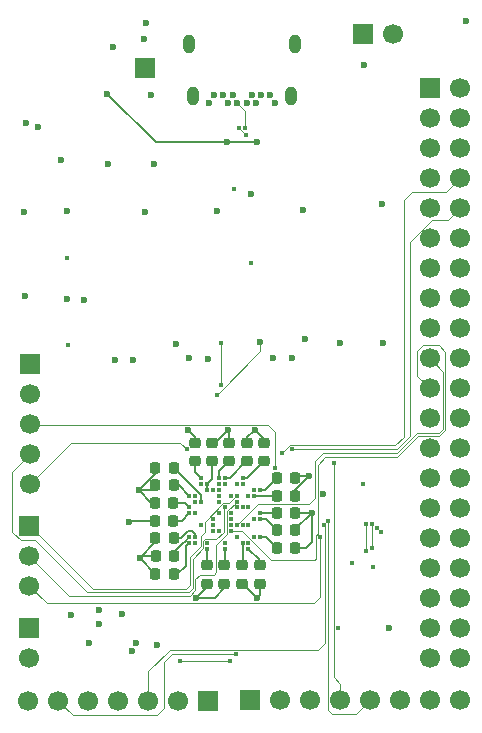
<source format=gbr>
%TF.GenerationSoftware,KiCad,Pcbnew,9.0.4*%
%TF.CreationDate,2025-09-29T22:44:47+03:00*%
%TF.ProjectId,Asius2,41736975-7332-42e6-9b69-6361645f7063,rev?*%
%TF.SameCoordinates,Original*%
%TF.FileFunction,Copper,L6,Bot*%
%TF.FilePolarity,Positive*%
%FSLAX46Y46*%
G04 Gerber Fmt 4.6, Leading zero omitted, Abs format (unit mm)*
G04 Created by KiCad (PCBNEW 9.0.4) date 2025-09-29 22:44:47*
%MOMM*%
%LPD*%
G01*
G04 APERTURE LIST*
G04 Aperture macros list*
%AMRoundRect*
0 Rectangle with rounded corners*
0 $1 Rounding radius*
0 $2 $3 $4 $5 $6 $7 $8 $9 X,Y pos of 4 corners*
0 Add a 4 corners polygon primitive as box body*
4,1,4,$2,$3,$4,$5,$6,$7,$8,$9,$2,$3,0*
0 Add four circle primitives for the rounded corners*
1,1,$1+$1,$2,$3*
1,1,$1+$1,$4,$5*
1,1,$1+$1,$6,$7*
1,1,$1+$1,$8,$9*
0 Add four rect primitives between the rounded corners*
20,1,$1+$1,$2,$3,$4,$5,0*
20,1,$1+$1,$4,$5,$6,$7,0*
20,1,$1+$1,$6,$7,$8,$9,0*
20,1,$1+$1,$8,$9,$2,$3,0*%
G04 Aperture macros list end*
%TA.AperFunction,ComponentPad*%
%ADD10R,1.700000X1.700000*%
%TD*%
%TA.AperFunction,ComponentPad*%
%ADD11C,1.700000*%
%TD*%
%TA.AperFunction,HeatsinkPad*%
%ADD12C,0.500000*%
%TD*%
%TA.AperFunction,HeatsinkPad*%
%ADD13R,1.680000X1.680000*%
%TD*%
%TA.AperFunction,SMDPad,CuDef*%
%ADD14RoundRect,0.225000X0.225000X0.250000X-0.225000X0.250000X-0.225000X-0.250000X0.225000X-0.250000X0*%
%TD*%
%TA.AperFunction,SMDPad,CuDef*%
%ADD15RoundRect,0.225000X-0.250000X0.225000X-0.250000X-0.225000X0.250000X-0.225000X0.250000X0.225000X0*%
%TD*%
%TA.AperFunction,SMDPad,CuDef*%
%ADD16RoundRect,0.225000X-0.225000X-0.250000X0.225000X-0.250000X0.225000X0.250000X-0.225000X0.250000X0*%
%TD*%
%TA.AperFunction,SMDPad,CuDef*%
%ADD17RoundRect,0.225000X0.250000X-0.225000X0.250000X0.225000X-0.250000X0.225000X-0.250000X-0.225000X0*%
%TD*%
%TA.AperFunction,ComponentPad*%
%ADD18C,0.600000*%
%TD*%
%TA.AperFunction,ComponentPad*%
%ADD19O,1.000000X1.600000*%
%TD*%
%TA.AperFunction,ViaPad*%
%ADD20C,0.600000*%
%TD*%
%TA.AperFunction,ViaPad*%
%ADD21C,0.400000*%
%TD*%
%TA.AperFunction,Conductor*%
%ADD22C,0.100000*%
%TD*%
%TA.AperFunction,Conductor*%
%ADD23C,0.200000*%
%TD*%
G04 APERTURE END LIST*
D10*
%TO.P,J7,1,Pin_1*%
%TO.N,GND*%
X96515000Y-72290000D03*
D11*
%TO.P,J7,2,Pin_2*%
%TO.N,+5V*%
X99055000Y-72290000D03*
%TD*%
D12*
%TO.P,U8,17,GND*%
%TO.N,GND*%
X78630000Y-75712500D03*
X78630000Y-74532500D03*
D13*
X78040000Y-75122500D03*
D12*
X77450000Y-75712500D03*
X77450000Y-74532500D03*
%TD*%
D14*
%TO.P,C39,2*%
%TO.N,GND*%
X78895000Y-111970000D03*
%TO.P,C39,1*%
%TO.N,+3.3V*%
X80445000Y-111970000D03*
%TD*%
%TO.P,C30,2*%
%TO.N,GND*%
X78915000Y-118030000D03*
%TO.P,C30,1*%
%TO.N,+3.3V*%
X80465000Y-118030000D03*
%TD*%
D15*
%TO.P,C31,2*%
%TO.N,GND*%
X83250000Y-118815000D03*
%TO.P,C31,1*%
%TO.N,+3.3V*%
X83250000Y-117265000D03*
%TD*%
%TO.P,C32,2*%
%TO.N,GND*%
X84760000Y-118810000D03*
%TO.P,C32,1*%
%TO.N,+3.3V*%
X84760000Y-117260000D03*
%TD*%
%TO.P,C38,1*%
%TO.N,+3.3V*%
X86270000Y-117255000D03*
%TO.P,C38,2*%
%TO.N,GND*%
X86270000Y-118805000D03*
%TD*%
D16*
%TO.P,C37,1*%
%TO.N,+3.3V*%
X89205000Y-111380000D03*
%TO.P,C37,2*%
%TO.N,GND*%
X90755000Y-111380000D03*
%TD*%
D17*
%TO.P,C36,1*%
%TO.N,+3.3V*%
X83710000Y-108435000D03*
%TO.P,C36,2*%
%TO.N,GND*%
X83710000Y-106885000D03*
%TD*%
D14*
%TO.P,C35,1*%
%TO.N,+3.3V*%
X80475000Y-116500000D03*
%TO.P,C35,2*%
%TO.N,GND*%
X78925000Y-116500000D03*
%TD*%
D16*
%TO.P,C34,1*%
%TO.N,+3.3V*%
X89205000Y-112840000D03*
%TO.P,C34,2*%
%TO.N,GND*%
X90755000Y-112840000D03*
%TD*%
D15*
%TO.P,C33,1*%
%TO.N,+3.3V*%
X87750000Y-117255000D03*
%TO.P,C33,2*%
%TO.N,GND*%
X87750000Y-118805000D03*
%TD*%
D16*
%TO.P,C29,1*%
%TO.N,+3.3V*%
X89205000Y-115780000D03*
%TO.P,C29,2*%
%TO.N,GND*%
X90755000Y-115780000D03*
%TD*%
%TO.P,C28,1*%
%TO.N,+3.3V*%
X89215000Y-114300000D03*
%TO.P,C28,2*%
%TO.N,GND*%
X90765000Y-114300000D03*
%TD*%
D14*
%TO.P,C27,1*%
%TO.N,+3.3V*%
X80445000Y-113470000D03*
%TO.P,C27,2*%
%TO.N,GND*%
X78895000Y-113470000D03*
%TD*%
%TO.P,C26,1*%
%TO.N,+3.3V*%
X80450000Y-110500000D03*
%TO.P,C26,2*%
%TO.N,GND*%
X78900000Y-110500000D03*
%TD*%
D16*
%TO.P,C25,1*%
%TO.N,+3.3V*%
X89195000Y-109900000D03*
%TO.P,C25,2*%
%TO.N,GND*%
X90745000Y-109900000D03*
%TD*%
D17*
%TO.P,C24,1*%
%TO.N,+3.3V*%
X88090000Y-108430000D03*
%TO.P,C24,2*%
%TO.N,GND*%
X88090000Y-106880000D03*
%TD*%
%TO.P,C23,1*%
%TO.N,+3.3V*%
X86630000Y-108430000D03*
%TO.P,C23,2*%
%TO.N,GND*%
X86630000Y-106880000D03*
%TD*%
%TO.P,C22,1*%
%TO.N,+3.3V*%
X85170000Y-108430000D03*
%TO.P,C22,2*%
%TO.N,GND*%
X85170000Y-106880000D03*
%TD*%
%TO.P,C21,1*%
%TO.N,+3.3V*%
X82250000Y-108425000D03*
%TO.P,C21,2*%
%TO.N,GND*%
X82250000Y-106875000D03*
%TD*%
D14*
%TO.P,C20,1*%
%TO.N,+3.3V*%
X80450000Y-109030000D03*
%TO.P,C20,2*%
%TO.N,GND*%
X78900000Y-109030000D03*
%TD*%
%TO.P,C16,1*%
%TO.N,+3.3V*%
X80465000Y-114970000D03*
%TO.P,C16,2*%
%TO.N,GND*%
X78915000Y-114970000D03*
%TD*%
D18*
%TO.P,USBC1,B1,GND*%
%TO.N,GND*%
X83460000Y-78150000D03*
%TO.P,USBC1,B2,SSTXp2*%
%TO.N,/CAN3_H*%
X83860000Y-77450000D03*
%TO.P,USBC1,B3,SSTXn2*%
%TO.N,/CAN3_L*%
X84660000Y-77450000D03*
%TO.P,USBC1,B4,VBUS*%
%TO.N,+12V*%
X85060000Y-78150000D03*
%TO.P,USBC1,B5,CC2*%
%TO.N,Net-(USBC1-CC2)*%
X85460000Y-77450000D03*
%TO.P,USBC1,B6,DP2*%
%TO.N,/USB_DP*%
X85860000Y-78150000D03*
%TO.P,USBC1,B7,DN2*%
%TO.N,/USB_DM*%
X86660000Y-78150000D03*
%TO.P,USBC1,B8,SUB2*%
%TO.N,/SBU2*%
X87060000Y-77450000D03*
%TO.P,USBC1,B9,VBUS*%
%TO.N,+12V*%
X87460000Y-78150000D03*
%TO.P,USBC1,B10,SSRXn1*%
%TO.N,/CAN4_L*%
X87860000Y-77450000D03*
%TO.P,USBC1,B11,SSRXp1*%
%TO.N,/CAN4_H*%
X88660000Y-77450000D03*
%TO.P,USBC1,B12,GND*%
%TO.N,GND*%
X89060000Y-78150000D03*
D19*
%TO.P,USBC1,S1,0*%
X90390000Y-77560000D03*
%TO.P,USBC1,S2,0*%
X82130000Y-77560000D03*
%TO.P,USBC1,S3,0*%
X90750000Y-73150000D03*
%TO.P,USBC1,S4,0*%
X81770000Y-73150000D03*
%TD*%
D10*
%TO.P,J2,1,Pin_1*%
%TO.N,unconnected-(J2-Pin_1-Pad1)*%
X102160000Y-76890000D03*
D11*
%TO.P,J2,2,Pin_2*%
%TO.N,+5V*%
X104700000Y-76890000D03*
%TO.P,J2,3,Pin_3*%
%TO.N,/IMU_SDA*%
X102160000Y-79430000D03*
%TO.P,J2,4,Pin_4*%
%TO.N,+5V*%
X104700000Y-79430000D03*
%TO.P,J2,5,Pin_5*%
%TO.N,/IMU_SCL*%
X102160000Y-81970000D03*
%TO.P,J2,6,Pin_6*%
%TO.N,GND*%
X104700000Y-81970000D03*
%TO.P,J2,7,Pin_7*%
%TO.N,unconnected-(J2-Pin_7-Pad7)*%
X102160000Y-84510000D03*
%TO.P,J2,8,Pin_8*%
%TO.N,/UART_RX*%
X104700000Y-84510000D03*
%TO.P,J2,9,Pin_9*%
%TO.N,GND*%
X102160000Y-87050000D03*
%TO.P,J2,10,Pin_10*%
%TO.N,/UART_TX*%
X104700000Y-87050000D03*
%TO.P,J2,11,Pin_11*%
%TO.N,unconnected-(J2-Pin_11-Pad11)*%
X102160000Y-89590000D03*
%TO.P,J2,12,Pin_12*%
%TO.N,unconnected-(J2-Pin_12-Pad12)*%
X104700000Y-89590000D03*
%TO.P,J2,13,Pin_13*%
%TO.N,unconnected-(J2-Pin_13-Pad13)*%
X102160000Y-92130000D03*
%TO.P,J2,14,Pin_14*%
%TO.N,GND*%
X104700000Y-92130000D03*
%TO.P,J2,15,Pin_15*%
%TO.N,unconnected-(J2-Pin_15-Pad15)*%
X102160000Y-94670000D03*
%TO.P,J2,16,Pin_16*%
%TO.N,unconnected-(J2-Pin_16-Pad16)*%
X104700000Y-94670000D03*
%TO.P,J2,17,Pin_17*%
%TO.N,unconnected-(J2-Pin_17-Pad17)*%
X102160000Y-97210000D03*
%TO.P,J2,18,Pin_18*%
%TO.N,unconnected-(J2-Pin_18-Pad18)*%
X104700000Y-97210000D03*
%TO.P,J2,19,Pin_19*%
%TO.N,/SPI_MOSI*%
X102160000Y-99750000D03*
%TO.P,J2,20,Pin_20*%
%TO.N,unconnected-(J2-Pin_20-Pad20)*%
X104700000Y-99750000D03*
%TO.P,J2,21,Pin_21*%
%TO.N,/SPI_MISO*%
X102160000Y-102290000D03*
%TO.P,J2,22,Pin_22*%
%TO.N,unconnected-(J2-Pin_22-Pad22)*%
X104700000Y-102290000D03*
%TO.P,J2,23,Pin_23*%
%TO.N,/SPI_SCK*%
X102160000Y-104830000D03*
%TO.P,J2,24,Pin_24*%
%TO.N,/SPI_NSS*%
X104700000Y-104830000D03*
%TO.P,J2,25,Pin_25*%
%TO.N,unconnected-(J2-Pin_25-Pad25)*%
X102160000Y-107370000D03*
%TO.P,J2,26,Pin_26*%
%TO.N,unconnected-(J2-Pin_26-Pad26)*%
X104700000Y-107370000D03*
%TO.P,J2,27,Pin_27*%
%TO.N,unconnected-(J2-Pin_27-Pad27)*%
X102160000Y-109910000D03*
%TO.P,J2,28,Pin_28*%
%TO.N,unconnected-(J2-Pin_28-Pad28)*%
X104700000Y-109910000D03*
%TO.P,J2,29,Pin_29*%
%TO.N,unconnected-(J2-Pin_29-Pad29)*%
X102160000Y-112450000D03*
%TO.P,J2,30,Pin_30*%
%TO.N,unconnected-(J2-Pin_30-Pad30)*%
X104700000Y-112450000D03*
%TO.P,J2,31,Pin_31*%
%TO.N,unconnected-(J2-Pin_31-Pad31)*%
X102160000Y-114990000D03*
%TO.P,J2,32,Pin_32*%
%TO.N,unconnected-(J2-Pin_32-Pad32)*%
X104700000Y-114990000D03*
%TO.P,J2,33,Pin_33*%
%TO.N,unconnected-(J2-Pin_33-Pad33)*%
X102160000Y-117530000D03*
%TO.P,J2,34,Pin_34*%
%TO.N,unconnected-(J2-Pin_34-Pad34)*%
X104700000Y-117530000D03*
%TO.P,J2,35,Pin_35*%
%TO.N,unconnected-(J2-Pin_35-Pad35)*%
X102160000Y-120070000D03*
%TO.P,J2,36,Pin_36*%
%TO.N,unconnected-(J2-Pin_36-Pad36)*%
X104700000Y-120070000D03*
%TO.P,J2,37,Pin_37*%
%TO.N,unconnected-(J2-Pin_37-Pad37)*%
X102160000Y-122610000D03*
%TO.P,J2,38,Pin_38*%
%TO.N,unconnected-(J2-Pin_38-Pad38)*%
X104700000Y-122610000D03*
%TO.P,J2,39,Pin_39*%
%TO.N,unconnected-(J2-Pin_39-Pad39)*%
X102160000Y-125150000D03*
%TO.P,J2,40,Pin_40*%
%TO.N,unconnected-(J2-Pin_40-Pad40)*%
X104700000Y-125150000D03*
%TD*%
D10*
%TO.P,J5,1,Pin_1*%
%TO.N,/AUDIO_SAI4_SCK_B*%
X83410000Y-128720000D03*
D11*
%TO.P,J5,2,Pin_2*%
%TO.N,/AUDIO_SAI4_FS_B*%
X80870000Y-128720000D03*
%TO.P,J5,3,Pin_3*%
%TO.N,/AUDIO_SAI4_SD_A*%
X78330000Y-128720000D03*
%TO.P,J5,4,Pin_4*%
%TO.N,/AUDIO_SAI4_SD_B*%
X75790000Y-128720000D03*
%TO.P,J5,5,Pin_5*%
%TO.N,/AUDIO_DFSDM1_DATIN3*%
X73250000Y-128720000D03*
%TO.P,J5,6,Pin_6*%
%TO.N,/AUDIO_DFSDM1_CKOUT*%
X70710000Y-128720000D03*
%TO.P,J5,7,Pin_7*%
%TO.N,/AUDIO_SAI4_MCLK_B*%
X68170000Y-128720000D03*
%TD*%
D10*
%TO.P,J1,1,Pin_1*%
%TO.N,GND*%
X68250000Y-122560000D03*
D11*
%TO.P,J1,2,Pin_2*%
%TO.N,+3.3V*%
X68250000Y-125100000D03*
%TD*%
D10*
%TO.P,J6,1,Pin_1*%
%TO.N,/SWDIO*%
X68300000Y-100190000D03*
D11*
%TO.P,J6,2,Pin_2*%
%TO.N,/SWCLK*%
X68300000Y-102730000D03*
%TO.P,J6,3,Pin_3*%
%TO.N,/JTDI*%
X68300000Y-105270000D03*
%TO.P,J6,4,Pin_4*%
%TO.N,/TRACESWO*%
X68300000Y-107810000D03*
%TO.P,J6,5,Pin_5*%
%TO.N,/NJTRST*%
X68300000Y-110350000D03*
%TD*%
D10*
%TO.P,J4,1,Pin_1*%
%TO.N,/FAN_ENABLE*%
X68250000Y-113920000D03*
D11*
%TO.P,J4,2,Pin_2*%
%TO.N,/FAN_TACHOMETER*%
X68250000Y-116460000D03*
%TO.P,J4,3,Pin_3*%
%TO.N,/FAN_SETUP*%
X68250000Y-119000000D03*
%TD*%
D10*
%TO.P,J3,1,Pin_1*%
%TO.N,/BOOTKICK*%
X86960000Y-128700000D03*
D11*
%TO.P,J3,2,Pin_2*%
%TO.N,/SOM_GPIO*%
X89500000Y-128700000D03*
%TO.P,J3,3,Pin_3*%
%TO.N,/VOLT_S*%
X92040000Y-128700000D03*
%TO.P,J3,4,Pin_4*%
%TO.N,/VBAT_EN*%
X94580000Y-128700000D03*
%TO.P,J3,5,Pin_5*%
%TO.N,/SBU1_RELAY*%
X97120000Y-128700000D03*
%TO.P,J3,6,Pin_6*%
%TO.N,/SBU2_RELAY*%
X99660000Y-128700000D03*
%TO.P,J3,7,Pin_7*%
%TO.N,/PWR_READOUT1*%
X102200000Y-128700000D03*
%TO.P,J3,8,Pin_8*%
%TO.N,/PWR_READOUT2*%
X104740000Y-128700000D03*
%TD*%
D20*
%TO.N,GND*%
X96580000Y-74940000D03*
%TO.N,/IMU_SCL*%
X74160000Y-122260000D03*
%TO.N,/IMU_SDA*%
X74120000Y-121050000D03*
%TO.N,GND*%
X79080000Y-124020000D03*
X73300000Y-123820000D03*
%TO.N,+3.3V*%
X76910000Y-124490000D03*
X71800000Y-121500000D03*
%TO.N,GND*%
X76110000Y-121366200D03*
X77240000Y-123870000D03*
X78760000Y-83260000D03*
X67960000Y-79780000D03*
X70910000Y-82980000D03*
%TO.N,+5V*%
X83330000Y-99753800D03*
X90490000Y-99690000D03*
X98200000Y-98430000D03*
X76990000Y-99910000D03*
X74905000Y-83250000D03*
%TO.N,GND*%
X75310000Y-73380000D03*
%TO.N,+3.3V*%
X68940000Y-80160000D03*
%TO.N,GND*%
X78560000Y-77410000D03*
X77980000Y-72680000D03*
X78100000Y-71360000D03*
%TO.N,+12V*%
X74830000Y-77330000D03*
%TO.N,GND*%
X94580000Y-98400000D03*
X105180000Y-71170000D03*
X75490000Y-99850000D03*
X81800000Y-99670000D03*
D21*
%TO.N,/CAN1_T*%
X84118800Y-102830000D03*
%TO.N,/CAN2_R*%
X84470000Y-102016200D03*
D20*
%TO.N,GND*%
X72870000Y-94790000D03*
X93096200Y-111250000D03*
X81680000Y-105816200D03*
X92141369Y-112828631D03*
X91920000Y-109683800D03*
X85040000Y-105816200D03*
X87310000Y-105816200D03*
X77570000Y-116630000D03*
X77510000Y-110920000D03*
X82359400Y-120010000D03*
X87550000Y-120000000D03*
D21*
X83290000Y-115360000D03*
D20*
X98080000Y-86700000D03*
D21*
X86790000Y-115360000D03*
X82790000Y-110360000D03*
D20*
X91370000Y-87150000D03*
D21*
X85290000Y-111360000D03*
D20*
X84110000Y-87280000D03*
X78070000Y-87310000D03*
D21*
X85790000Y-110360000D03*
X82290000Y-112860000D03*
X87290000Y-110860000D03*
X87290000Y-114860000D03*
X82290000Y-115360000D03*
X87290000Y-113360000D03*
D20*
X88900000Y-99710000D03*
X76650000Y-113590000D03*
D21*
X86290000Y-110360000D03*
X82290000Y-111360000D03*
D20*
X87040000Y-85790000D03*
D21*
X84790000Y-110360000D03*
D20*
X71460000Y-87280000D03*
D21*
X84790000Y-115360000D03*
D20*
X67840000Y-94490000D03*
D21*
X82790000Y-113860000D03*
X82290000Y-111860000D03*
%TO.N,+3.3V*%
X87790000Y-112860000D03*
X87790000Y-113360000D03*
X86290000Y-109860000D03*
X87290000Y-111360000D03*
X81790000Y-114860000D03*
X84290000Y-109860000D03*
X81790000Y-112360000D03*
X81790000Y-112860000D03*
X87790000Y-114860000D03*
X84790000Y-109860000D03*
X83290000Y-110360000D03*
D20*
X67810000Y-87380000D03*
D21*
X86290000Y-115360000D03*
X81790000Y-111360000D03*
X82790000Y-109860000D03*
D20*
X71440000Y-94710000D03*
D21*
X82290000Y-114860000D03*
X83290000Y-115860000D03*
X83290000Y-110860000D03*
X84790000Y-115860000D03*
X81790000Y-115360000D03*
X87790000Y-110860000D03*
X82790000Y-111860000D03*
D20*
X98690000Y-122540000D03*
D21*
X86790000Y-115860000D03*
%TO.N,/SBU2*%
X85220594Y-125363800D03*
X81010000Y-125350000D03*
%TO.N,/SBU1*%
X84290000Y-114360000D03*
X85610000Y-85370000D03*
%TO.N,/CAN2_E*%
X85790000Y-114860000D03*
X97990000Y-114450000D03*
%TO.N,/CAN3_R*%
X97650000Y-114080000D03*
X86790000Y-113860000D03*
%TO.N,/CAN1_R*%
X83790000Y-110860000D03*
D20*
X91610000Y-98110000D03*
D21*
%TO.N,/CAN3_T*%
X97240000Y-113770000D03*
X97240000Y-115756200D03*
%TO.N,/CAN1_E*%
X86980000Y-91690000D03*
X84290000Y-111360000D03*
D20*
%TO.N,/CAN1_T*%
X87810000Y-98350000D03*
D21*
%TO.N,/CAN2_R*%
X84470000Y-98420000D03*
%TO.N,/CAN2_T*%
X84290000Y-110860000D03*
D20*
X80670000Y-98510000D03*
D21*
%TO.N,/CAN3_E*%
X96780000Y-116063800D03*
X96763797Y-113770000D03*
D20*
%TO.N,+12V*%
X85010000Y-81430000D03*
X87550000Y-81380000D03*
D21*
%TO.N,Net-(U7-NRST)*%
X71490000Y-98580000D03*
X84290000Y-112860000D03*
%TO.N,/UART_RX*%
X89660000Y-107770000D03*
X85290000Y-113360000D03*
%TO.N,/SPI_MISO*%
X85290000Y-114360000D03*
%TO.N,/SPI_MOSI*%
X85790000Y-113860000D03*
%TO.N,/UART_TX*%
X90473800Y-107430000D03*
X85290000Y-112860000D03*
%TO.N,/SOM_GPIO*%
X83790000Y-113360000D03*
%TO.N,/PWR_READOUT2*%
X83790000Y-114360000D03*
%TO.N,/VBAT_EN*%
X94010000Y-108580000D03*
%TO.N,/BOOTKICK*%
X83790000Y-113860000D03*
%TO.N,/SBU1_RELAY*%
X93543741Y-113536520D03*
%TO.N,/FAN_SETUP*%
X92860000Y-114863800D03*
%TO.N,/FAN_TACHOMETER*%
X85790000Y-111860000D03*
%TO.N,/FAN_ENABLE*%
X85790000Y-111360000D03*
%TO.N,/AUDIO_DFSDM1_CKOUT*%
X85780000Y-124740000D03*
X85290000Y-113860000D03*
%TO.N,/AUDIO_SAI4_SD_A*%
X86290000Y-113860000D03*
X93203800Y-113870000D03*
%TO.N,/SWDIO*%
X96530000Y-110390000D03*
X86790000Y-111360000D03*
%TO.N,/JTDI*%
X89060000Y-109000000D03*
%TO.N,/NJTRST*%
X84290000Y-110360000D03*
X81575958Y-107454042D03*
%TO.N,/TRACESWO*%
X84790000Y-112360000D03*
%TO.N,/LED_RED*%
X85790000Y-112360000D03*
X97370000Y-117440000D03*
%TO.N,/LED_GREEN*%
X95590000Y-117080000D03*
X86290000Y-112360000D03*
%TO.N,/LED_BLUE*%
X94336200Y-122610000D03*
X86790000Y-112360000D03*
%TO.N,Net-(U7-BOOT0)*%
X71460000Y-91200000D03*
X84290000Y-111860000D03*
%TO.N,/USB_DM*%
X85970000Y-80270000D03*
X86560000Y-80820000D03*
%TO.N,/USB_DP*%
X86510000Y-80230000D03*
%TD*%
D22*
%TO.N,/FAN_SETUP*%
X68250000Y-119000000D02*
X69740000Y-120490000D01*
X92310000Y-120490000D02*
X92860000Y-119940000D01*
X69740000Y-120490000D02*
X92310000Y-120490000D01*
X92860000Y-119940000D02*
X92860000Y-114863800D01*
D23*
%TO.N,+5V*%
X83330000Y-99753800D02*
X83330000Y-99670000D01*
%TO.N,+12V*%
X78930000Y-81430000D02*
X74830000Y-77330000D01*
X85010000Y-81430000D02*
X78930000Y-81430000D01*
%TO.N,GND*%
X82250000Y-106875000D02*
X82250000Y-106386200D01*
X82250000Y-106386200D02*
X81680000Y-105816200D01*
X90765000Y-114300000D02*
X90765000Y-114205000D01*
X90765000Y-114205000D02*
X92141369Y-112828631D01*
X90755000Y-115780000D02*
X91660000Y-115780000D01*
X91660000Y-115780000D02*
X92141369Y-115298631D01*
X92141369Y-115298631D02*
X92141369Y-112828631D01*
X92141369Y-112828631D02*
X90766369Y-112828631D01*
X90766369Y-112828631D02*
X90755000Y-112840000D01*
X91920000Y-109683800D02*
X90961200Y-109683800D01*
X90961200Y-109683800D02*
X90745000Y-109900000D01*
X90755000Y-110848800D02*
X91920000Y-109683800D01*
X90755000Y-111380000D02*
X90755000Y-110848800D01*
X85150000Y-106895000D02*
X85150000Y-105926200D01*
X85150000Y-105926200D02*
X85040000Y-105816200D01*
X83981200Y-106875000D02*
X85040000Y-105816200D01*
X86620000Y-106895000D02*
X86620000Y-106506200D01*
X86620000Y-106506200D02*
X87310000Y-105816200D01*
X88090000Y-106596200D02*
X87310000Y-105816200D01*
X88090000Y-106905000D02*
X88090000Y-106596200D01*
D22*
%TO.N,/JTDI*%
X89060000Y-109000000D02*
X89080000Y-108980000D01*
X88490000Y-105390000D02*
X68420000Y-105390000D01*
X89080000Y-108980000D02*
X89080000Y-105980000D01*
X89080000Y-105980000D02*
X88490000Y-105390000D01*
X68420000Y-105390000D02*
X68300000Y-105270000D01*
D23*
%TO.N,GND*%
X78915000Y-114970000D02*
X78915000Y-115285000D01*
X78915000Y-115285000D02*
X77570000Y-116630000D01*
X78925000Y-116500000D02*
X77700000Y-116500000D01*
X77700000Y-116500000D02*
X77570000Y-116630000D01*
X78915000Y-117975000D02*
X77570000Y-116630000D01*
X78915000Y-118030000D02*
X78915000Y-117975000D01*
X78895000Y-113470000D02*
X76770000Y-113470000D01*
X76770000Y-113470000D02*
X76650000Y-113590000D01*
X78900000Y-110500000D02*
X78530000Y-110870000D01*
X78530000Y-110870000D02*
X77560000Y-110870000D01*
X77560000Y-110870000D02*
X77510000Y-110920000D01*
X78895000Y-111970000D02*
X78560000Y-111970000D01*
X78560000Y-111970000D02*
X77510000Y-110920000D01*
X78900000Y-109530000D02*
X77510000Y-110920000D01*
X78900000Y-109030000D02*
X78900000Y-109530000D01*
%TO.N,+3.3V*%
X87790000Y-114860000D02*
X88285000Y-114860000D01*
X88285000Y-114860000D02*
X89205000Y-115780000D01*
X87790000Y-113360000D02*
X88275000Y-113360000D01*
X88275000Y-113360000D02*
X89215000Y-114300000D01*
X87790000Y-112860000D02*
X89185000Y-112860000D01*
X89185000Y-112860000D02*
X89205000Y-112840000D01*
X87290000Y-111360000D02*
X89185000Y-111360000D01*
X89185000Y-111360000D02*
X89205000Y-111380000D01*
X87790000Y-110860000D02*
X88235000Y-110860000D01*
X88235000Y-110860000D02*
X89195000Y-109900000D01*
X86290000Y-109860000D02*
X86685000Y-109860000D01*
X86685000Y-109860000D02*
X88090000Y-108455000D01*
X84790000Y-109860000D02*
X85205000Y-109860000D01*
X85205000Y-109860000D02*
X86620000Y-108445000D01*
X84290000Y-109860000D02*
X84290000Y-109305000D01*
X84290000Y-109305000D02*
X85150000Y-108445000D01*
X83710000Y-108435000D02*
X83710000Y-109940000D01*
X83710000Y-109940000D02*
X83290000Y-110360000D01*
X82250000Y-108425000D02*
X82250000Y-109320000D01*
X82250000Y-109320000D02*
X82790000Y-109860000D01*
X80450000Y-109030000D02*
X80493442Y-109030000D01*
X80493442Y-109030000D02*
X82790000Y-111326558D01*
X82790000Y-111326558D02*
X82790000Y-111860000D01*
X80450000Y-110500000D02*
X80930000Y-110500000D01*
X80930000Y-110500000D02*
X81790000Y-111360000D01*
X80445000Y-111970000D02*
X81400000Y-111970000D01*
X81400000Y-111970000D02*
X81790000Y-112360000D01*
X80445000Y-113470000D02*
X81180000Y-113470000D01*
X81180000Y-113470000D02*
X81790000Y-112860000D01*
X80465000Y-114970000D02*
X81080000Y-114970000D01*
X82290000Y-114590000D02*
X82290000Y-114860000D01*
X81080000Y-114970000D02*
X81700000Y-114350000D01*
X81700000Y-114350000D02*
X82050000Y-114350000D01*
X82050000Y-114350000D02*
X82290000Y-114590000D01*
X80475000Y-116500000D02*
X80475000Y-116155000D01*
X80475000Y-116155000D02*
X81360000Y-115270000D01*
X81360000Y-115270000D02*
X81380000Y-115270000D01*
X81380000Y-115270000D02*
X81790000Y-114860000D01*
X80780000Y-118030000D02*
X81500000Y-117310000D01*
X80465000Y-118030000D02*
X80780000Y-118030000D01*
X81500000Y-117310000D02*
X81500000Y-115650000D01*
X81500000Y-115650000D02*
X81790000Y-115360000D01*
D22*
%TO.N,/TRACESWO*%
X84682800Y-112467200D02*
X84682800Y-114429931D01*
X84682800Y-114429931D02*
X84079931Y-115032800D01*
X84790000Y-112360000D02*
X84682800Y-112467200D01*
X82070000Y-116700000D02*
X82070000Y-119190000D01*
X84079931Y-115032800D02*
X83154469Y-115032800D01*
X81730000Y-119530000D02*
X73090000Y-119530000D01*
X66780000Y-114404400D02*
X66780000Y-109330000D01*
X82962800Y-115224469D02*
X82962800Y-115807200D01*
X82070000Y-119190000D02*
X81730000Y-119530000D01*
X82962800Y-115807200D02*
X82070000Y-116700000D01*
X83154469Y-115032800D02*
X82962800Y-115224469D01*
X73090000Y-119530000D02*
X68680000Y-115120000D01*
X68680000Y-115120000D02*
X67495600Y-115120000D01*
X67495600Y-115120000D02*
X66780000Y-114404400D01*
X66780000Y-109330000D02*
X68300000Y-107810000D01*
%TO.N,/FAN_ENABLE*%
X85820000Y-111310000D02*
X85117200Y-112012800D01*
X81840000Y-118970000D02*
X81540000Y-119270000D01*
X85117200Y-112012800D02*
X84674469Y-112012800D01*
X82760000Y-115660000D02*
X81840000Y-116580000D01*
X83117200Y-113570069D02*
X83117200Y-114442800D01*
X73620000Y-119270000D02*
X68270000Y-113920000D01*
X83117200Y-114442800D02*
X82760000Y-114800000D01*
X84674469Y-112012800D02*
X83117200Y-113570069D01*
X82760000Y-114800000D02*
X82760000Y-115660000D01*
X81840000Y-116580000D02*
X81840000Y-118970000D01*
X81540000Y-119270000D02*
X73620000Y-119270000D01*
X68270000Y-113920000D02*
X68250000Y-113920000D01*
%TO.N,/FAN_TACHOMETER*%
X68250000Y-116460000D02*
X71610000Y-119820000D01*
X81860000Y-119820000D02*
X82310000Y-119370000D01*
X84030000Y-117860000D02*
X84030000Y-115530000D01*
X71610000Y-119820000D02*
X81860000Y-119820000D01*
X82690000Y-118050000D02*
X83840000Y-118050000D01*
X84960000Y-112690000D02*
X85790000Y-111860000D01*
X82310000Y-119370000D02*
X82310000Y-118430000D01*
X82310000Y-118430000D02*
X82690000Y-118050000D01*
X83840000Y-118050000D02*
X84030000Y-117860000D01*
X84030000Y-115530000D02*
X84960000Y-114600000D01*
X84960000Y-114600000D02*
X84960000Y-112690000D01*
%TO.N,/SPI_MOSI*%
X102160000Y-99750000D02*
X103290000Y-100880000D01*
X103290000Y-100880000D02*
X103290000Y-105690000D01*
X102920000Y-106060000D02*
X101050000Y-106060000D01*
X92430000Y-108440000D02*
X92430000Y-111580000D01*
X103290000Y-105690000D02*
X102920000Y-106060000D01*
X92430000Y-111580000D02*
X91920000Y-112090000D01*
X101050000Y-106060000D02*
X99360000Y-107750000D01*
X87560000Y-112090000D02*
X85790000Y-113860000D01*
X99360000Y-107750000D02*
X93120000Y-107750000D01*
X93120000Y-107750000D02*
X92430000Y-108440000D01*
X91920000Y-112090000D02*
X87560000Y-112090000D01*
%TO.N,/SPI_MISO*%
X101080000Y-101210000D02*
X101080000Y-99120000D01*
X102920598Y-106310000D02*
X101130000Y-106310000D01*
X92420000Y-116780000D02*
X88680000Y-116780000D01*
X101080000Y-99120000D02*
X101560000Y-98640000D01*
X101130000Y-106310000D02*
X99339701Y-108100299D01*
X102940000Y-98640000D02*
X103467200Y-99167200D01*
X101560000Y-98640000D02*
X102940000Y-98640000D01*
X86260000Y-114360000D02*
X85290000Y-114360000D01*
X103467200Y-99167200D02*
X103467200Y-105763398D01*
X102160000Y-102290000D02*
X101080000Y-101210000D01*
X103467200Y-105763398D02*
X102920598Y-106310000D01*
X92670000Y-108730000D02*
X92670000Y-114591069D01*
X99339701Y-108100299D02*
X93299701Y-108100299D01*
X93299701Y-108100299D02*
X92670000Y-108730000D01*
X92532800Y-114728269D02*
X92532800Y-116667200D01*
X92670000Y-114591069D02*
X92532800Y-114728269D01*
X92532800Y-116667200D02*
X92420000Y-116780000D01*
X88680000Y-116780000D02*
X86260000Y-114360000D01*
%TO.N,/NJTRST*%
X81575958Y-107454042D02*
X81011916Y-106890000D01*
X71760000Y-106890000D02*
X68300000Y-110350000D01*
X81011916Y-106890000D02*
X71760000Y-106890000D01*
D23*
%TO.N,GND*%
X82359400Y-120010000D02*
X83970000Y-120010000D01*
X83970000Y-120010000D02*
X84760000Y-119220000D01*
X84760000Y-119220000D02*
X84760000Y-118810000D01*
X83250000Y-119119400D02*
X82359400Y-120010000D01*
X83250000Y-118815000D02*
X83250000Y-119119400D01*
%TO.N,+3.3V*%
X83290000Y-115860000D02*
X83290000Y-117210000D01*
X83290000Y-117210000D02*
X83260000Y-117210000D01*
X84790000Y-115860000D02*
X84790000Y-117230000D01*
X84790000Y-117230000D02*
X84760000Y-117260000D01*
%TO.N,GND*%
X87550000Y-120000000D02*
X87750000Y-119800000D01*
X87750000Y-119800000D02*
X87750000Y-118805000D01*
X87550000Y-120000000D02*
X86355000Y-118805000D01*
X86355000Y-118805000D02*
X86270000Y-118805000D01*
%TO.N,+3.3V*%
X86790000Y-115860000D02*
X87750000Y-116820000D01*
X87750000Y-116820000D02*
X87750000Y-117255000D01*
X86290000Y-115360000D02*
X86290000Y-117235000D01*
X86290000Y-117235000D02*
X86270000Y-117255000D01*
X87800000Y-114870000D02*
X87790000Y-114860000D01*
X84270000Y-109840000D02*
X84290000Y-109860000D01*
X82290000Y-114669082D02*
X82290000Y-114860000D01*
X83280000Y-115870000D02*
X83290000Y-115860000D01*
X87300000Y-111370000D02*
X87290000Y-111360000D01*
X86230000Y-109800000D02*
X86290000Y-109860000D01*
X87870000Y-112940000D02*
X87790000Y-112860000D01*
X86270000Y-115380000D02*
X86290000Y-115360000D01*
X83290000Y-110860000D02*
X83290000Y-110360000D01*
D22*
%TO.N,/SBU2*%
X85220594Y-125363800D02*
X85216794Y-125360000D01*
X81020000Y-125360000D02*
X81010000Y-125350000D01*
X85216794Y-125360000D02*
X81020000Y-125360000D01*
%TO.N,/CAN3_T*%
X97240000Y-115730000D02*
X97240000Y-115756200D01*
X97240000Y-115730000D02*
X97240000Y-113770000D01*
%TO.N,/CAN3_E*%
X96763797Y-116047597D02*
X96780000Y-116063800D01*
X96763797Y-115716363D02*
X96763797Y-116047597D01*
X96763797Y-113770000D02*
X96763797Y-115716363D01*
D23*
%TO.N,+12V*%
X85000000Y-81420000D02*
X85010000Y-81430000D01*
X87500000Y-81430000D02*
X87550000Y-81380000D01*
X85010000Y-81430000D02*
X87500000Y-81430000D01*
D22*
%TO.N,/UART_RX*%
X100620000Y-85670000D02*
X103540000Y-85670000D01*
X99960000Y-106380000D02*
X99960000Y-86330000D01*
X99960000Y-86330000D02*
X100620000Y-85670000D01*
X103540000Y-85670000D02*
X104700000Y-84510000D01*
X89660000Y-107770000D02*
X90330642Y-107099358D01*
X99240642Y-107099358D02*
X99960000Y-106380000D01*
X90330642Y-107099358D02*
X99240642Y-107099358D01*
%TO.N,/UART_TX*%
X100475000Y-106295000D02*
X100475000Y-89893030D01*
X103722800Y-88027200D02*
X104700000Y-87050000D01*
X100475000Y-89893030D02*
X102340830Y-88027200D01*
X102340830Y-88027200D02*
X103722800Y-88027200D01*
X90473800Y-107430000D02*
X99340000Y-107430000D01*
X99340000Y-107430000D02*
X100475000Y-106295000D01*
%TO.N,/VBAT_EN*%
X94010000Y-108580000D02*
X94010000Y-126710000D01*
X94580000Y-127280000D02*
X94580000Y-128700000D01*
X94010000Y-126710000D02*
X94580000Y-127280000D01*
%TO.N,/SBU1_RELAY*%
X95940000Y-129880000D02*
X97120000Y-128700000D01*
X93870000Y-129880000D02*
X95940000Y-129880000D01*
X93530000Y-113550261D02*
X93530000Y-129540000D01*
X93530000Y-129540000D02*
X93870000Y-129880000D01*
X93543741Y-113536520D02*
X93530000Y-113550261D01*
%TO.N,/AUDIO_DFSDM1_CKOUT*%
X71920000Y-129930000D02*
X70710000Y-128720000D01*
X79610000Y-125480000D02*
X79610000Y-129330000D01*
X79010000Y-129930000D02*
X71920000Y-129930000D01*
X79610000Y-129330000D02*
X79010000Y-129930000D01*
X80350000Y-124740000D02*
X85780000Y-124740000D01*
X79610000Y-125480000D02*
X80350000Y-124740000D01*
%TO.N,/AUDIO_SAI4_SD_A*%
X78330000Y-126200000D02*
X78330000Y-128720000D01*
X80140000Y-124390000D02*
X78330000Y-126200000D01*
X92710000Y-124390000D02*
X80140000Y-124390000D01*
X93203800Y-113870000D02*
X93260000Y-113926200D01*
X93260000Y-123840000D02*
X92710000Y-124390000D01*
X93260000Y-113926200D02*
X93260000Y-123840000D01*
%TO.N,/USB_DM*%
X86020000Y-80320000D02*
X86060000Y-80320000D01*
X86060000Y-80320000D02*
X86560000Y-80820000D01*
X85970000Y-80270000D02*
X86020000Y-80320000D01*
%TO.N,/USB_DP*%
X85860000Y-78150000D02*
X86520000Y-78810000D01*
X86520000Y-78810000D02*
X86510000Y-78820000D01*
X86510000Y-78820000D02*
X86510000Y-80230000D01*
%TO.N,/CAN2_R*%
X84470000Y-98420000D02*
X84470000Y-102016200D01*
%TO.N,/CAN1_T*%
X84118800Y-102830000D02*
X87810000Y-99138800D01*
X87810000Y-99138800D02*
X87810000Y-98350000D01*
%TD*%
M02*

</source>
